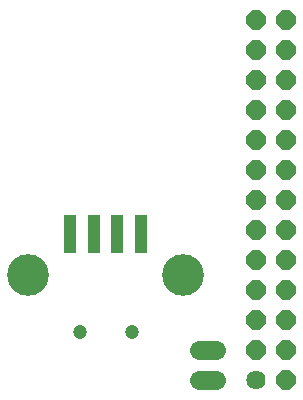
<source format=gbs>
G75*
G70*
%OFA0B0*%
%FSLAX24Y24*%
%IPPOS*%
%LPD*%
%AMOC8*
5,1,8,0,0,1.08239X$1,22.5*
%
%ADD10C,0.0640*%
%ADD11OC8,0.0640*%
%ADD12C,0.0640*%
%ADD13C,0.0474*%
%ADD14R,0.0434X0.1261*%
%ADD15C,0.1390*%
D10*
X008580Y000730D03*
D11*
X008580Y001730D03*
X008580Y002730D03*
X008580Y003730D03*
X008580Y004730D03*
X008580Y005730D03*
X008580Y006730D03*
X008580Y007730D03*
X008580Y008730D03*
X008580Y009730D03*
X008580Y010730D03*
X008580Y011730D03*
X008580Y012730D03*
X009580Y012730D03*
X009580Y011730D03*
X009580Y010730D03*
X009580Y009730D03*
X009580Y008730D03*
X009580Y007730D03*
X009580Y006730D03*
X009580Y005730D03*
X009580Y004730D03*
X009580Y003730D03*
X009580Y002730D03*
X009580Y001730D03*
X009580Y000730D03*
D12*
X007260Y000730D02*
X006700Y000730D01*
X006700Y001730D02*
X007260Y001730D01*
D13*
X002714Y002349D03*
X004446Y002349D03*
D14*
X004761Y005588D03*
X003974Y005588D03*
X003186Y005588D03*
X002399Y005588D03*
D15*
X000995Y004230D03*
X006165Y004230D03*
M02*

</source>
